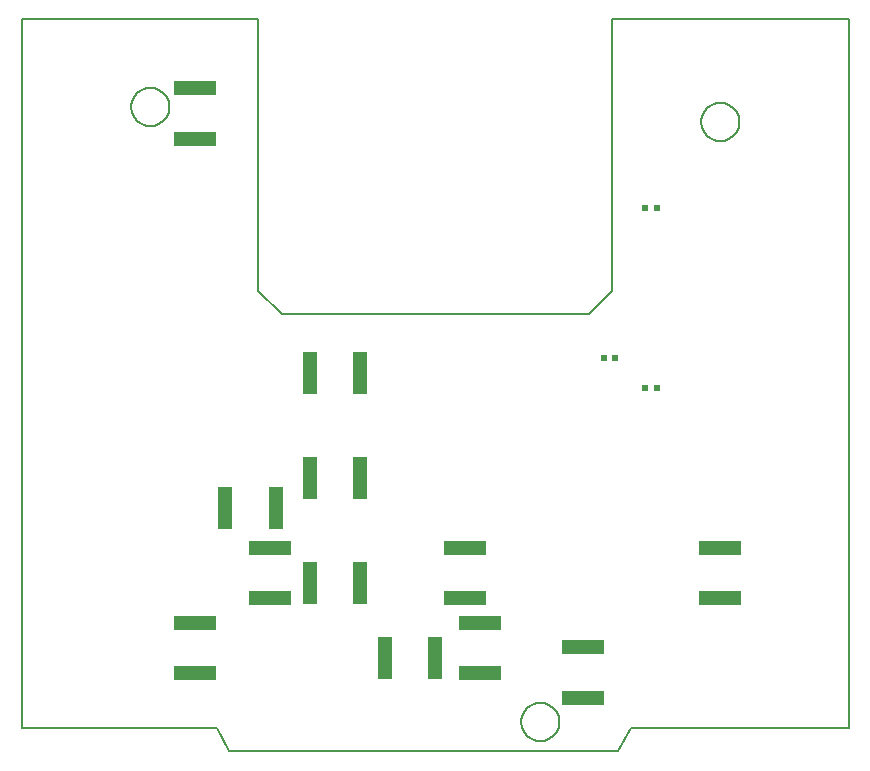
<source format=gbr>
G04 PROTEUS GERBER X2 FILE*
%TF.GenerationSoftware,Labcenter,Proteus,8.12-SP2-Build31155*%
%TF.CreationDate,2024-12-02T21:26:45+00:00*%
%TF.FileFunction,Paste,Bot*%
%TF.FilePolarity,Positive*%
%TF.Part,Single*%
%TF.SameCoordinates,{72233389-6efe-41d5-b27f-3128bedcde57}*%
%FSLAX45Y45*%
%MOMM*%
G01*
%TA.AperFunction,Material*%
%ADD40R,3.606800X1.295400*%
%ADD41R,1.295400X3.606800*%
%ADD42R,0.558800X0.609600*%
%TA.AperFunction,Profile*%
%ADD71C,0.203200*%
%TD.AperFunction*%
D40*
X+3754000Y+1095000D03*
X+3754000Y+1525000D03*
X+3881000Y+460000D03*
X+3881000Y+890000D03*
X+1468000Y+5413000D03*
X+1468000Y+4983000D03*
D41*
X+2435000Y+3000000D03*
X+2865000Y+3000000D03*
X+2435000Y+1222000D03*
X+2865000Y+1222000D03*
X+3070000Y+587000D03*
X+3500000Y+587000D03*
D40*
X+4750000Y+680000D03*
X+4750000Y+250000D03*
X+5913000Y+1095000D03*
X+5913000Y+1525000D03*
D41*
X+2435000Y+2111000D03*
X+2865000Y+2111000D03*
D40*
X+1468000Y+460000D03*
X+1468000Y+890000D03*
X+2103000Y+1095000D03*
X+2103000Y+1525000D03*
D41*
X+2152000Y+1857000D03*
X+1722000Y+1857000D03*
D42*
X+5378000Y+4397000D03*
X+5278000Y+4397000D03*
X+5378000Y+2873000D03*
X+5278000Y+2873000D03*
X+4924000Y+3127000D03*
X+5024000Y+3127000D03*
D71*
X+0Y+0D02*
X+1650000Y+0D01*
X+7000000Y+0D02*
X+7000000Y+6000000D01*
X+5000000Y+6000000D01*
X+5000000Y+3700000D01*
X+4800000Y+3500000D01*
X+2200000Y+3500000D01*
X+2000000Y+3700000D02*
X+2000000Y+6000000D01*
X+0Y+6000000D01*
X+0Y+0D01*
X+2000000Y+3700000D02*
X+2200000Y+3500000D01*
X+5160000Y+0D02*
X+7000000Y+0D01*
X+1750000Y-200000D02*
X+5050000Y-200000D01*
X+1650000Y+0D02*
X+1750000Y-200000D01*
X+5160000Y+0D02*
X+5050000Y-200000D01*
X+4550045Y+50000D02*
X+4549508Y+63142D01*
X+4545144Y+89427D01*
X+4536029Y+115712D01*
X+4521182Y+141997D01*
X+4498470Y+168118D01*
X+4472185Y+187898D01*
X+4445900Y+200658D01*
X+4419615Y+208108D01*
X+4393330Y+210987D01*
X+4389000Y+211045D01*
X+4227955Y+50000D02*
X+4228492Y+63142D01*
X+4232856Y+89427D01*
X+4241971Y+115712D01*
X+4256818Y+141997D01*
X+4279530Y+168118D01*
X+4305815Y+187898D01*
X+4332100Y+200658D01*
X+4358385Y+208108D01*
X+4384670Y+210987D01*
X+4389000Y+211045D01*
X+4227955Y+50000D02*
X+4228492Y+36858D01*
X+4232856Y+10573D01*
X+4241971Y-15712D01*
X+4256818Y-41997D01*
X+4279530Y-68118D01*
X+4305815Y-87898D01*
X+4332100Y-100658D01*
X+4358385Y-108108D01*
X+4384670Y-110987D01*
X+4389000Y-111045D01*
X+4550045Y+50000D02*
X+4549508Y+36858D01*
X+4545144Y+10573D01*
X+4536029Y-15712D01*
X+4521182Y-41997D01*
X+4498470Y-68118D01*
X+4472185Y-87898D01*
X+4445900Y-100658D01*
X+4419615Y-108108D01*
X+4393330Y-110987D01*
X+4389000Y-111045D01*
X+6074045Y+5130000D02*
X+6073508Y+5143142D01*
X+6069144Y+5169427D01*
X+6060029Y+5195712D01*
X+6045182Y+5221997D01*
X+6022470Y+5248118D01*
X+5996185Y+5267898D01*
X+5969900Y+5280658D01*
X+5943615Y+5288108D01*
X+5917330Y+5290987D01*
X+5913000Y+5291045D01*
X+5751955Y+5130000D02*
X+5752492Y+5143142D01*
X+5756856Y+5169427D01*
X+5765971Y+5195712D01*
X+5780818Y+5221997D01*
X+5803530Y+5248118D01*
X+5829815Y+5267898D01*
X+5856100Y+5280658D01*
X+5882385Y+5288108D01*
X+5908670Y+5290987D01*
X+5913000Y+5291045D01*
X+5751955Y+5130000D02*
X+5752492Y+5116858D01*
X+5756856Y+5090573D01*
X+5765971Y+5064288D01*
X+5780818Y+5038003D01*
X+5803530Y+5011882D01*
X+5829815Y+4992102D01*
X+5856100Y+4979342D01*
X+5882385Y+4971892D01*
X+5908670Y+4969013D01*
X+5913000Y+4968955D01*
X+6074045Y+5130000D02*
X+6073508Y+5116858D01*
X+6069144Y+5090573D01*
X+6060029Y+5064288D01*
X+6045182Y+5038003D01*
X+6022470Y+5011882D01*
X+5996185Y+4992102D01*
X+5969900Y+4979342D01*
X+5943615Y+4971892D01*
X+5917330Y+4969013D01*
X+5913000Y+4968955D01*
X+1248045Y+5257000D02*
X+1247508Y+5270142D01*
X+1243144Y+5296427D01*
X+1234029Y+5322712D01*
X+1219182Y+5348997D01*
X+1196470Y+5375118D01*
X+1170185Y+5394898D01*
X+1143900Y+5407658D01*
X+1117615Y+5415108D01*
X+1091330Y+5417987D01*
X+1087000Y+5418045D01*
X+925955Y+5257000D02*
X+926492Y+5270142D01*
X+930856Y+5296427D01*
X+939971Y+5322712D01*
X+954818Y+5348997D01*
X+977530Y+5375118D01*
X+1003815Y+5394898D01*
X+1030100Y+5407658D01*
X+1056385Y+5415108D01*
X+1082670Y+5417987D01*
X+1087000Y+5418045D01*
X+925955Y+5257000D02*
X+926492Y+5243858D01*
X+930856Y+5217573D01*
X+939971Y+5191288D01*
X+954818Y+5165003D01*
X+977530Y+5138882D01*
X+1003815Y+5119102D01*
X+1030100Y+5106342D01*
X+1056385Y+5098892D01*
X+1082670Y+5096013D01*
X+1087000Y+5095955D01*
X+1248045Y+5257000D02*
X+1247508Y+5243858D01*
X+1243144Y+5217573D01*
X+1234029Y+5191288D01*
X+1219182Y+5165003D01*
X+1196470Y+5138882D01*
X+1170185Y+5119102D01*
X+1143900Y+5106342D01*
X+1117615Y+5098892D01*
X+1091330Y+5096013D01*
X+1087000Y+5095955D01*
M02*

</source>
